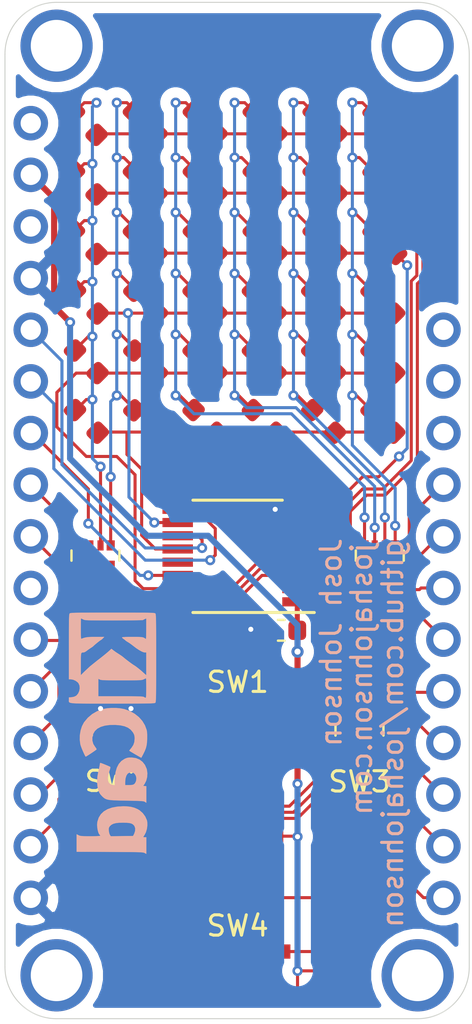
<source format=kicad_pcb>
(kicad_pcb (version 20171130) (host pcbnew "(5.1.2)-1")
  (title_block (rev 0) (company "Josh Johnson"))
  (layers (0 F.Cu signal) (31 B.Cu signal) (34 B.Paste user) (35 F.Paste user) (36 B.SilkS user) (37 F.SilkS user) (38 B.Mask user) (39 F.Mask user) (44 Edge.Cuts user))
  (net 0 "")
  (net 1 GND)
  (net 2 +3V3)
  (net 3 "Net-(D1-Pad2)")
  (net 4 "Net-(D1-Pad3)")
  (net 5 "Net-(D1-Pad1)")
  (net 6 /BT1)
  (net 7 /BT2)
  (net 8 /BT3)
  (net 9 /BT4)
  (net 10 /COL_5)
  (net 11 /COL_6)
  (net 12 /nLED_R)
  (net 13 /nLED_B)
  (net 14 /nLED_G)
  (net 15 /COL_1)
  (net 16 /COL_3)
  (net 17 /COL_2)
  (net 18 /COL_4)
  (net 19 /ROW_6)
  (net 20 /ROW_5)
  (net 21 /ROW_4)
  (net 22 /ROW_3)
  (net 23 /ROW_2)
  (net 24 /ROW_1)
  (net 25 /R1)
  (net 26 /R2)
  (net 27 /R3)
  (net 28 /R4)
  (net 29 /R5)
  (net 30 /R6)
  (net 31 /C1)
  (net 32 /C2)
  (net 33 /C3)
  (net 34 /C4)
  (net 35 /C5)
  (net 36 /C6)
  (module josh-led:LED_ARGB_PLCC4_1210 (layer F.Cu) (at 110.95 115.625 270)
    (fp_text reference D1 hide)
    (fp_text value LED_RGBA)
    (pad 2 smd rect (at 0.75 1.4 270) (size 1.1 1.7) (layers F.Cu F.Paste F.Mask) (net 3 "Net-(D1-Pad2)"))
    (pad 3 smd rect (at 0.75 -1.4 270) (size 1.1 1.7) (layers F.Cu F.Paste F.Mask) (net 4 "Net-(D1-Pad3)"))
    (pad 1 smd rect (at -0.75 1.4 270) (size 1.1 1.7) (layers F.Cu F.Paste F.Mask) (net 5 "Net-(D1-Pad1)"))
    (pad 4 smd rect (at -0.75 -1.4 270) (size 1.1 1.7) (layers F.Cu F.Paste F.Mask) (net 2 +3V3))
  )
  (module josh-logos:OSHW_Logo_3.6x3.6_F.Mask (layer B.Cu) (at 105 118.9 270)
    (fp_text reference G*** hide)
    (fp_text value LOGO hide)
  )
  (module Symbol:Symbol_KiCAD-Logo_CopperAndSilkScreenTop (layer B.Cu) (at 104.6 109.8 270)
    (fp_text reference REF** hide)
    (fp_text value "KiCAD Logo" hide)
  )
  (module josh-logos:josh-details (layer B.Cu) (at 116.95 105.1 270)
    (fp_text reference REF**)
    (fp_text value "Josh Details")
    (fp_text user github.com/joshajohnson (at 4.7236 -1.632 90) (layer B.SilkS) (effects (justify mirror)))
    (fp_text user joshajohnson.com (at 2.05 -0.1 90) (layer B.SilkS) (effects (justify mirror)))
    (fp_text user "Josh Johnson" (at 0.25 1.4 270) (layer B.SilkS) (effects (justify mirror)))
  )
  (module josh-buttons-switches:BT_PTS815 (layer F.Cu) (at 110.95 121.675)
    (fp_text reference SW4 (at 0 -2.3876 180) (layer F.SilkS))
    (fp_text value SW_Push)
    (pad 1 smd rect (at 2.2 1.125) (size 0.8 0.7) (layers F.Cu F.Paste F.Mask) (net 2 +3V3))
    (pad 2 smd rect (at 2.2 -1.125) (size 0.8 0.7) (layers F.Cu F.Paste F.Mask) (net 9 /BT4))
    (pad 1 smd rect (at -2.2 1.125) (size 0.8 0.7) (layers F.Cu F.Paste F.Mask) (net 2 +3V3))
    (pad 2 smd rect (at -2.2 -1.125) (size 0.8 0.7) (layers F.Cu F.Paste F.Mask) (net 9 /BT4))
  )
  (module josh-buttons-switches:BT_PTS815 (layer F.Cu) (at 116.95 115.675 90)
    (fp_text reference SW3 (at 3.475 0 180) (layer F.SilkS))
    (fp_text value SW_Push)
    (pad 1 smd rect (at 2.2 1.125 90) (size 0.8 0.7) (layers F.Cu F.Paste F.Mask) (net 2 +3V3))
    (pad 2 smd rect (at 2.2 -1.125 90) (size 0.8 0.7) (layers F.Cu F.Paste F.Mask) (net 8 /BT3))
    (pad 1 smd rect (at -2.2 1.125 90) (size 0.8 0.7) (layers F.Cu F.Paste F.Mask) (net 2 +3V3))
    (pad 2 smd rect (at -2.2 -1.125 90) (size 0.8 0.7) (layers F.Cu F.Paste F.Mask) (net 8 /BT3))
  )
  (module josh-buttons-switches:BT_PTS815 (layer F.Cu) (at 104.95 115.675 270)
    (fp_text reference SW2 (at -3.5 0 180) (layer F.SilkS))
    (fp_text value SW_Push)
    (pad 1 smd rect (at 2.2 1.125 270) (size 0.8 0.7) (layers F.Cu F.Paste F.Mask) (net 2 +3V3))
    (pad 2 smd rect (at 2.2 -1.125 270) (size 0.8 0.7) (layers F.Cu F.Paste F.Mask) (net 7 /BT2))
    (pad 1 smd rect (at -2.2 1.125 270) (size 0.8 0.7) (layers F.Cu F.Paste F.Mask) (net 2 +3V3))
    (pad 2 smd rect (at -2.2 -1.125 270) (size 0.8 0.7) (layers F.Cu F.Paste F.Mask) (net 7 /BT2))
  )
  (module josh-buttons-switches:BT_PTS815 (layer F.Cu) (at 110.95 109.675 180)
    (fp_text reference SW1 (at 0 2.375 180) (layer F.SilkS))
    (fp_text value SW_Push)
    (pad 1 smd rect (at 2.2 1.125 180) (size 0.8 0.7) (layers F.Cu F.Paste F.Mask) (net 2 +3V3))
    (pad 2 smd rect (at 2.2 -1.125 180) (size 0.8 0.7) (layers F.Cu F.Paste F.Mask) (net 6 /BT1))
    (pad 1 smd rect (at -2.2 1.125 180) (size 0.8 0.7) (layers F.Cu F.Paste F.Mask) (net 2 +3V3))
    (pad 2 smd rect (at -2.2 -1.125 180) (size 0.8 0.7) (layers F.Cu F.Paste F.Mask) (net 6 /BT1))
  )
  (module josh-led:LED_0603_1608Metric_45_noSilk (layer F.Cu) (at 103.5 94.475 315)
    (fp_text reference D37 hide)
    (fp_text value LED)
    (pad 2 smd roundrect (at 0.7875 0 315) (size 0.875 0.95) (layers F.Cu F.Paste F.Mask) (net 30 /R6))
    (pad 1 smd roundrect (at -0.7875 0 315) (size 0.875 0.95) (layers F.Cu F.Paste F.Mask) (net 31 /C1))
  )
  (module josh-led:LED_0603_1608Metric_45_noSilk (layer F.Cu) (at 103.5 91.545 315)
    (fp_text reference D36 hide)
    (fp_text value LED)
    (pad 2 smd roundrect (at 0.7875 0 315) (size 0.875 0.95) (layers F.Cu F.Paste F.Mask) (net 29 /R5))
    (pad 1 smd roundrect (at -0.7875 0 315) (size 0.875 0.95) (layers F.Cu F.Paste F.Mask) (net 31 /C1))
  )
  (module josh-led:LED_0603_1608Metric_45_noSilk (layer F.Cu) (at 103.5 88.615 315)
    (fp_text reference D35 hide)
    (fp_text value LED)
    (pad 2 smd roundrect (at 0.7875 0 315) (size 0.875 0.95) (layers F.Cu F.Paste F.Mask) (net 28 /R4))
    (pad 1 smd roundrect (at -0.7875 0 315) (size 0.875 0.95) (layers F.Cu F.Paste F.Mask) (net 31 /C1))
  )
  (module josh-led:LED_0603_1608Metric_45_noSilk (layer F.Cu) (at 103.45 85.685 315)
    (fp_text reference D34 hide)
    (fp_text value LED)
    (pad 2 smd roundrect (at 0.7875 0 315) (size 0.875 0.95) (layers F.Cu F.Paste F.Mask) (net 27 /R3))
    (pad 1 smd roundrect (at -0.7875 0 315) (size 0.875 0.95) (layers F.Cu F.Paste F.Mask) (net 31 /C1))
  )
  (module josh-led:LED_0603_1608Metric_45_noSilk (layer F.Cu) (at 103.45 82.755 315)
    (fp_text reference D33 hide)
    (fp_text value LED)
    (pad 2 smd roundrect (at 0.7875 0 315) (size 0.875 0.95) (layers F.Cu F.Paste F.Mask) (net 26 /R2))
    (pad 1 smd roundrect (at -0.7875 0 315) (size 0.875 0.95) (layers F.Cu F.Paste F.Mask) (net 31 /C1))
  )
  (module josh-led:LED_0603_1608Metric_45_noSilk (layer F.Cu) (at 103.45 79.825 315)
    (fp_text reference D32 hide)
    (fp_text value LED)
    (pad 2 smd roundrect (at 0.7875 0 315) (size 0.875 0.95) (layers F.Cu F.Paste F.Mask) (net 25 /R1))
    (pad 1 smd roundrect (at -0.7875 0 315) (size 0.875 0.95) (layers F.Cu F.Paste F.Mask) (net 31 /C1))
  )
  (module josh-led:LED_0603_1608Metric_45_noSilk (layer F.Cu) (at 106.42 94.4875 315)
    (fp_text reference D31 hide)
    (fp_text value LED)
    (pad 2 smd roundrect (at 0.7875 0 315) (size 0.875 0.95) (layers F.Cu F.Paste F.Mask) (net 30 /R6))
    (pad 1 smd roundrect (at -0.7875 0 315) (size 0.875 0.95) (layers F.Cu F.Paste F.Mask) (net 32 /C2))
  )
  (module josh-led:LED_0603_1608Metric_45_noSilk (layer F.Cu) (at 106.42 91.5475 315)
    (fp_text reference D30 hide)
    (fp_text value LED)
    (pad 2 smd roundrect (at 0.7875 0 315) (size 0.875 0.95) (layers F.Cu F.Paste F.Mask) (net 29 /R5))
    (pad 1 smd roundrect (at -0.7875 0 315) (size 0.875 0.95) (layers F.Cu F.Paste F.Mask) (net 32 /C2))
  )
  (module josh-led:LED_0603_1608Metric_45_noSilk (layer F.Cu) (at 106.42 88.6075 315)
    (fp_text reference D29 hide)
    (fp_text value LED)
    (pad 2 smd roundrect (at 0.7875 0 315) (size 0.875 0.95) (layers F.Cu F.Paste F.Mask) (net 28 /R4))
    (pad 1 smd roundrect (at -0.7875 0 315) (size 0.875 0.95) (layers F.Cu F.Paste F.Mask) (net 32 /C2))
  )
  (module josh-led:LED_0603_1608Metric_45_noSilk (layer F.Cu) (at 106.4 85.6675 315)
    (fp_text reference D28 hide)
    (fp_text value LED)
    (pad 2 smd roundrect (at 0.7875 0 315) (size 0.875 0.95) (layers F.Cu F.Paste F.Mask) (net 27 /R3))
    (pad 1 smd roundrect (at -0.7875 0 315) (size 0.875 0.95) (layers F.Cu F.Paste F.Mask) (net 32 /C2))
  )
  (module josh-led:LED_0603_1608Metric_45_noSilk (layer F.Cu) (at 106.4 82.7275 315)
    (fp_text reference D27 hide)
    (fp_text value LED)
    (pad 2 smd roundrect (at 0.7875 0 315) (size 0.875 0.95) (layers F.Cu F.Paste F.Mask) (net 26 /R2))
    (pad 1 smd roundrect (at -0.7875 0 315) (size 0.875 0.95) (layers F.Cu F.Paste F.Mask) (net 32 /C2))
  )
  (module josh-led:LED_0603_1608Metric_45_noSilk (layer F.Cu) (at 106.4 79.7875 315)
    (fp_text reference D26 hide)
    (fp_text value LED)
    (pad 2 smd roundrect (at 0.7875 0 315) (size 0.875 0.95) (layers F.Cu F.Paste F.Mask) (net 25 /R1))
    (pad 1 smd roundrect (at -0.7875 0 315) (size 0.875 0.95) (layers F.Cu F.Paste F.Mask) (net 32 /C2))
  )
  (module josh-led:LED_0603_1608Metric_45_noSilk (layer F.Cu) (at 109.34 94.475 315)
    (fp_text reference D25 hide)
    (fp_text value LED)
    (pad 2 smd roundrect (at 0.7875 0 315) (size 0.875 0.95) (layers F.Cu F.Paste F.Mask) (net 30 /R6))
    (pad 1 smd roundrect (at -0.7875 0 315) (size 0.875 0.95) (layers F.Cu F.Paste F.Mask) (net 33 /C3))
  )
  (module josh-led:LED_0603_1608Metric_45_noSilk (layer F.Cu) (at 109.34 91.5375 315)
    (fp_text reference D24 hide)
    (fp_text value LED)
    (pad 2 smd roundrect (at 0.7875 0 315) (size 0.875 0.95) (layers F.Cu F.Paste F.Mask) (net 29 /R5))
    (pad 1 smd roundrect (at -0.7875 0 315) (size 0.875 0.95) (layers F.Cu F.Paste F.Mask) (net 33 /C3))
  )
  (module josh-led:LED_0603_1608Metric_45_noSilk (layer F.Cu) (at 109.34 88.6 315)
    (fp_text reference D23 hide)
    (fp_text value LED)
    (pad 2 smd roundrect (at 0.7875 0 315) (size 0.875 0.95) (layers F.Cu F.Paste F.Mask) (net 28 /R4))
    (pad 1 smd roundrect (at -0.7875 0 315) (size 0.875 0.95) (layers F.Cu F.Paste F.Mask) (net 33 /C3))
  )
  (module josh-led:LED_0603_1608Metric_45_noSilk (layer F.Cu) (at 109.35 85.6625 315)
    (fp_text reference D22 hide)
    (fp_text value LED)
    (pad 2 smd roundrect (at 0.7875 0 315) (size 0.875 0.95) (layers F.Cu F.Paste F.Mask) (net 27 /R3))
    (pad 1 smd roundrect (at -0.7875 0 315) (size 0.875 0.95) (layers F.Cu F.Paste F.Mask) (net 33 /C3))
  )
  (module josh-led:LED_0603_1608Metric_45_noSilk (layer F.Cu) (at 109.35 82.725 315)
    (fp_text reference D21 hide)
    (fp_text value LED)
    (pad 2 smd roundrect (at 0.7875 0 315) (size 0.875 0.95) (layers F.Cu F.Paste F.Mask) (net 26 /R2))
    (pad 1 smd roundrect (at -0.7875 0 315) (size 0.875 0.95) (layers F.Cu F.Paste F.Mask) (net 33 /C3))
  )
  (module josh-led:LED_0603_1608Metric_45_noSilk (layer F.Cu) (at 109.35 79.7875 315)
    (fp_text reference D20 hide)
    (fp_text value LED)
    (pad 2 smd roundrect (at 0.7875 0 315) (size 0.875 0.95) (layers F.Cu F.Paste F.Mask) (net 25 /R1))
    (pad 1 smd roundrect (at -0.7875 0 315) (size 0.875 0.95) (layers F.Cu F.Paste F.Mask) (net 33 /C3))
  )
  (module josh-led:LED_0603_1608Metric_45_noSilk (layer F.Cu) (at 112.26 94.475 315)
    (fp_text reference D19 hide)
    (fp_text value LED)
    (pad 2 smd roundrect (at 0.7875 0 315) (size 0.875 0.95) (layers F.Cu F.Paste F.Mask) (net 30 /R6))
    (pad 1 smd roundrect (at -0.7875 0 315) (size 0.875 0.95) (layers F.Cu F.Paste F.Mask) (net 34 /C4))
  )
  (module josh-led:LED_0603_1608Metric_45_noSilk (layer F.Cu) (at 112.26 91.5375 315)
    (fp_text reference D18 hide)
    (fp_text value LED)
    (pad 2 smd roundrect (at 0.7875 0 315) (size 0.875 0.95) (layers F.Cu F.Paste F.Mask) (net 29 /R5))
    (pad 1 smd roundrect (at -0.7875 0 315) (size 0.875 0.95) (layers F.Cu F.Paste F.Mask) (net 34 /C4))
  )
  (module josh-led:LED_0603_1608Metric_45_noSilk (layer F.Cu) (at 112.26 88.6 315)
    (fp_text reference D17 hide)
    (fp_text value LED)
    (pad 2 smd roundrect (at 0.7875 0 315) (size 0.875 0.95) (layers F.Cu F.Paste F.Mask) (net 28 /R4))
    (pad 1 smd roundrect (at -0.7875 0 315) (size 0.875 0.95) (layers F.Cu F.Paste F.Mask) (net 34 /C4))
  )
  (module josh-led:LED_0603_1608Metric_45_noSilk (layer F.Cu) (at 112.3 85.6625 315)
    (fp_text reference D16 hide)
    (fp_text value LED)
    (pad 2 smd roundrect (at 0.7875 0 315) (size 0.875 0.95) (layers F.Cu F.Paste F.Mask) (net 27 /R3))
    (pad 1 smd roundrect (at -0.7875 0 315) (size 0.875 0.95) (layers F.Cu F.Paste F.Mask) (net 34 /C4))
  )
  (module josh-led:LED_0603_1608Metric_45_noSilk (layer F.Cu) (at 112.3 82.725 315)
    (fp_text reference D15 hide)
    (fp_text value LED)
    (pad 2 smd roundrect (at 0.7875 0 315) (size 0.875 0.95) (layers F.Cu F.Paste F.Mask) (net 26 /R2))
    (pad 1 smd roundrect (at -0.7875 0 315) (size 0.875 0.95) (layers F.Cu F.Paste F.Mask) (net 34 /C4))
  )
  (module josh-led:LED_0603_1608Metric_45_noSilk (layer F.Cu) (at 112.3 79.7875 315)
    (fp_text reference D14 hide)
    (fp_text value LED)
    (pad 2 smd roundrect (at 0.7875 0 315) (size 0.875 0.95) (layers F.Cu F.Paste F.Mask) (net 25 /R1))
    (pad 1 smd roundrect (at -0.7875 0 315) (size 0.875 0.95) (layers F.Cu F.Paste F.Mask) (net 34 /C4))
  )
  (module josh-led:LED_0603_1608Metric_45_noSilk (layer F.Cu) (at 115.18 94.475 315)
    (fp_text reference D13 hide)
    (fp_text value LED)
    (pad 2 smd roundrect (at 0.7875 0 315) (size 0.875 0.95) (layers F.Cu F.Paste F.Mask) (net 30 /R6))
    (pad 1 smd roundrect (at -0.7875 0 315) (size 0.875 0.95) (layers F.Cu F.Paste F.Mask) (net 35 /C5))
  )
  (module josh-led:LED_0603_1608Metric_45_noSilk (layer F.Cu) (at 115.18 91.5375 315)
    (fp_text reference D12 hide)
    (fp_text value LED)
    (pad 2 smd roundrect (at 0.7875 0 315) (size 0.875 0.95) (layers F.Cu F.Paste F.Mask) (net 29 /R5))
    (pad 1 smd roundrect (at -0.7875 0 315) (size 0.875 0.95) (layers F.Cu F.Paste F.Mask) (net 35 /C5))
  )
  (module josh-led:LED_0603_1608Metric_45_noSilk (layer F.Cu) (at 115.18 88.6 315)
    (fp_text reference D11 hide)
    (fp_text value LED)
    (pad 2 smd roundrect (at 0.7875 0 315) (size 0.875 0.95) (layers F.Cu F.Paste F.Mask) (net 28 /R4))
    (pad 1 smd roundrect (at -0.7875 0 315) (size 0.875 0.95) (layers F.Cu F.Paste F.Mask) (net 35 /C5))
  )
  (module josh-led:LED_0603_1608Metric_45_noSilk (layer F.Cu) (at 115.25 85.6625 315)
    (fp_text reference D10 hide)
    (fp_text value LED)
    (pad 2 smd roundrect (at 0.7875 0 315) (size 0.875 0.95) (layers F.Cu F.Paste F.Mask) (net 27 /R3))
    (pad 1 smd roundrect (at -0.7875 0 315) (size 0.875 0.95) (layers F.Cu F.Paste F.Mask) (net 35 /C5))
  )
  (module josh-led:LED_0603_1608Metric_45_noSilk (layer F.Cu) (at 115.25 82.725 315)
    (fp_text reference D9 hide)
    (fp_text value LED)
    (pad 2 smd roundrect (at 0.7875 0 315) (size 0.875 0.95) (layers F.Cu F.Paste F.Mask) (net 26 /R2))
    (pad 1 smd roundrect (at -0.7875 0 315) (size 0.875 0.95) (layers F.Cu F.Paste F.Mask) (net 35 /C5))
  )
  (module josh-led:LED_0603_1608Metric_45_noSilk (layer F.Cu) (at 115.25 79.7875 315)
    (fp_text reference D8 hide)
    (fp_text value LED)
    (pad 2 smd roundrect (at 0.7875 0 315) (size 0.875 0.95) (layers F.Cu F.Paste F.Mask) (net 25 /R1))
    (pad 1 smd roundrect (at -0.7875 0 315) (size 0.875 0.95) (layers F.Cu F.Paste F.Mask) (net 35 /C5))
  )
  (module josh-led:LED_0603_1608Metric_45_noSilk (layer F.Cu) (at 118.1 94.475 315)
    (fp_text reference D7 hide)
    (fp_text value LED)
    (pad 2 smd roundrect (at 0.7875 0 315) (size 0.875 0.95) (layers F.Cu F.Paste F.Mask) (net 30 /R6))
    (pad 1 smd roundrect (at -0.7875 0 315) (size 0.875 0.95) (layers F.Cu F.Paste F.Mask) (net 36 /C6))
  )
  (module josh-led:LED_0603_1608Metric_45_noSilk (layer F.Cu) (at 118.1 91.545 315)
    (fp_text reference D6 hide)
    (fp_text value LED)
    (pad 2 smd roundrect (at 0.7875 0 315) (size 0.875 0.95) (layers F.Cu F.Paste F.Mask) (net 29 /R5))
    (pad 1 smd roundrect (at -0.7875 0 315) (size 0.875 0.95) (layers F.Cu F.Paste F.Mask) (net 36 /C6))
  )
  (module josh-led:LED_0603_1608Metric_45_noSilk (layer F.Cu) (at 118.1 88.615 315)
    (fp_text reference D5 hide)
    (fp_text value LED)
    (pad 2 smd roundrect (at 0.7875 0 315) (size 0.875 0.95) (layers F.Cu F.Paste F.Mask) (net 28 /R4))
    (pad 1 smd roundrect (at -0.7875 0 315) (size 0.875 0.95) (layers F.Cu F.Paste F.Mask) (net 36 /C6))
  )
  (module josh-led:LED_0603_1608Metric_45_noSilk (layer F.Cu) (at 118.2 85.685 315)
    (fp_text reference D4 hide)
    (fp_text value LED)
    (pad 2 smd roundrect (at 0.7875 0 315) (size 0.875 0.95) (layers F.Cu F.Paste F.Mask) (net 27 /R3))
    (pad 1 smd roundrect (at -0.7875 0 315) (size 0.875 0.95) (layers F.Cu F.Paste F.Mask) (net 36 /C6))
  )
  (module josh-led:LED_0603_1608Metric_45_noSilk (layer F.Cu) (at 118.2 82.755 315)
    (fp_text reference D3 hide)
    (fp_text value LED)
    (pad 2 smd roundrect (at 0.7875 0 315) (size 0.875 0.95) (layers F.Cu F.Paste F.Mask) (net 26 /R2))
    (pad 1 smd roundrect (at -0.7875 0 315) (size 0.875 0.95) (layers F.Cu F.Paste F.Mask) (net 36 /C6))
  )
  (module josh-led:LED_0603_1608Metric_45_noSilk (layer F.Cu) (at 118.2 79.825 315)
    (fp_text reference D2 hide)
    (fp_text value LED)
    (pad 2 smd roundrect (at 0.7875 0 315) (size 0.875 0.95) (layers F.Cu F.Paste F.Mask) (net 25 /R1))
    (pad 1 smd roundrect (at -0.7875 0 315) (size 0.875 0.95) (layers F.Cu F.Paste F.Mask) (net 36 /C6))
  )
  (module Package_SO:TSSOP-16_4.4x5mm_P0.65mm (layer F.Cu) (at 110.95 101.075 180)
    (fp_text reference U1 hide)
    (fp_text value CD74HC4050)
    (pad 16 smd rect (at 2.95 -2.275 180) (size 1.5 0.45) (layers F.Cu F.Paste F.Mask))
    (pad 15 smd rect (at 2.95 -1.625 180) (size 1.5 0.45) (layers F.Cu F.Paste F.Mask) (net 29 /R5))
    (pad 14 smd rect (at 2.95 -0.975 180) (size 1.5 0.45) (layers F.Cu F.Paste F.Mask) (net 20 /ROW_5))
    (pad 13 smd rect (at 2.95 -0.325 180) (size 1.5 0.45) (layers F.Cu F.Paste F.Mask))
    (pad 12 smd rect (at 2.95 0.325 180) (size 1.5 0.45) (layers F.Cu F.Paste F.Mask) (net 30 /R6))
    (pad 11 smd rect (at 2.95 0.975 180) (size 1.5 0.45) (layers F.Cu F.Paste F.Mask) (net 19 /ROW_6))
    (pad 10 smd rect (at 2.95 1.625 180) (size 1.5 0.45) (layers F.Cu F.Paste F.Mask) (net 28 /R4))
    (pad 9 smd rect (at 2.95 2.275 180) (size 1.5 0.45) (layers F.Cu F.Paste F.Mask) (net 21 /ROW_4))
    (pad 8 smd rect (at -2.95 2.275 180) (size 1.5 0.45) (layers F.Cu F.Paste F.Mask) (net 1 GND))
    (pad 7 smd rect (at -2.95 1.625 180) (size 1.5 0.45) (layers F.Cu F.Paste F.Mask) (net 22 /ROW_3))
    (pad 6 smd rect (at -2.95 0.975 180) (size 1.5 0.45) (layers F.Cu F.Paste F.Mask) (net 27 /R3))
    (pad 5 smd rect (at -2.95 0.325 180) (size 1.5 0.45) (layers F.Cu F.Paste F.Mask) (net 23 /ROW_2))
    (pad 4 smd rect (at -2.95 -0.325 180) (size 1.5 0.45) (layers F.Cu F.Paste F.Mask) (net 26 /R2))
    (pad 3 smd rect (at -2.95 -0.975 180) (size 1.5 0.45) (layers F.Cu F.Paste F.Mask) (net 24 /ROW_1))
    (pad 2 smd rect (at -2.95 -1.625 180) (size 1.5 0.45) (layers F.Cu F.Paste F.Mask) (net 25 /R1))
    (pad 1 smd rect (at -2.95 -2.275 180) (size 1.5 0.45) (layers F.Cu F.Paste F.Mask) (net 2 +3V3))
  )
  (module Resistor_SMD:R_Array_Convex_4x0402 (layer F.Cu) (at 117.95 101.075 90)
    (fp_text reference RN4 hide)
    (fp_text value 330R)
    (pad 5 smd rect (at 0.5 0.75 90) (size 0.5 0.4) (layers F.Cu F.Paste F.Mask) (net 36 /C6))
    (pad 6 smd rect (at 0.5 0.25 90) (size 0.5 0.3) (layers F.Cu F.Paste F.Mask) (net 35 /C5))
    (pad 8 smd rect (at 0.5 -0.75 90) (size 0.5 0.4) (layers F.Cu F.Paste F.Mask) (net 33 /C3))
    (pad 7 smd rect (at 0.5 -0.25 90) (size 0.5 0.3) (layers F.Cu F.Paste F.Mask) (net 34 /C4))
    (pad 4 smd rect (at -0.5 0.75 90) (size 0.5 0.4) (layers F.Cu F.Paste F.Mask) (net 11 /COL_6))
    (pad 2 smd rect (at -0.5 -0.25 90) (size 0.5 0.3) (layers F.Cu F.Paste F.Mask) (net 18 /COL_4))
    (pad 3 smd rect (at -0.5 0.25 90) (size 0.5 0.3) (layers F.Cu F.Paste F.Mask) (net 10 /COL_5))
    (pad 1 smd rect (at -0.5 -0.75 90) (size 0.5 0.4) (layers F.Cu F.Paste F.Mask) (net 16 /COL_3))
  )
  (module Resistor_SMD:R_Array_Convex_4x0402 (layer F.Cu) (at 116.95 109.675 270)
    (fp_text reference RN3 hide)
    (fp_text value 330R)
    (pad 5 smd rect (at 0.5 0.75 270) (size 0.5 0.4) (layers F.Cu F.Paste F.Mask) (net 5 "Net-(D1-Pad1)"))
    (pad 6 smd rect (at 0.5 0.25 270) (size 0.5 0.3) (layers F.Cu F.Paste F.Mask) (net 3 "Net-(D1-Pad2)"))
    (pad 8 smd rect (at 0.5 -0.75 270) (size 0.5 0.4) (layers F.Cu F.Paste F.Mask))
    (pad 7 smd rect (at 0.5 -0.25 270) (size 0.5 0.3) (layers F.Cu F.Paste F.Mask) (net 4 "Net-(D1-Pad3)"))
    (pad 4 smd rect (at -0.5 0.75 270) (size 0.5 0.4) (layers F.Cu F.Paste F.Mask) (net 12 /nLED_R))
    (pad 2 smd rect (at -0.5 -0.25 270) (size 0.5 0.3) (layers F.Cu F.Paste F.Mask) (net 13 /nLED_B))
    (pad 3 smd rect (at -0.5 0.25 270) (size 0.5 0.3) (layers F.Cu F.Paste F.Mask) (net 14 /nLED_G))
    (pad 1 smd rect (at -0.5 -0.75 270) (size 0.5 0.4) (layers F.Cu F.Paste F.Mask))
  )
  (module Resistor_SMD:R_Array_Convex_4x0402 (layer F.Cu) (at 103.95 101.075 90)
    (fp_text reference RN2 hide)
    (fp_text value 330R)
    (pad 5 smd rect (at 0.5 0.75 90) (size 0.5 0.4) (layers F.Cu F.Paste F.Mask) (net 32 /C2))
    (pad 6 smd rect (at 0.5 0.25 90) (size 0.5 0.3) (layers F.Cu F.Paste F.Mask) (net 31 /C1))
    (pad 8 smd rect (at 0.5 -0.75 90) (size 0.5 0.4) (layers F.Cu F.Paste F.Mask))
    (pad 7 smd rect (at 0.5 -0.25 90) (size 0.5 0.3) (layers F.Cu F.Paste F.Mask))
    (pad 4 smd rect (at -0.5 0.75 90) (size 0.5 0.4) (layers F.Cu F.Paste F.Mask) (net 17 /COL_2))
    (pad 2 smd rect (at -0.5 -0.25 90) (size 0.5 0.3) (layers F.Cu F.Paste F.Mask))
    (pad 3 smd rect (at -0.5 0.25 90) (size 0.5 0.3) (layers F.Cu F.Paste F.Mask) (net 15 /COL_1))
    (pad 1 smd rect (at -0.5 -0.75 90) (size 0.5 0.4) (layers F.Cu F.Paste F.Mask))
  )
  (module Resistor_SMD:R_Array_Convex_4x0402 (layer F.Cu) (at 104.95 109.675 270)
    (fp_text reference RN1 hide)
    (fp_text value 10K)
    (pad 5 smd rect (at 0.5 0.75 270) (size 0.5 0.4) (layers F.Cu F.Paste F.Mask) (net 7 /BT2))
    (pad 6 smd rect (at 0.5 0.25 270) (size 0.5 0.3) (layers F.Cu F.Paste F.Mask) (net 9 /BT4))
    (pad 8 smd rect (at 0.5 -0.75 270) (size 0.5 0.4) (layers F.Cu F.Paste F.Mask) (net 6 /BT1))
    (pad 7 smd rect (at 0.5 -0.25 270) (size 0.5 0.3) (layers F.Cu F.Paste F.Mask) (net 8 /BT3))
    (pad 4 smd rect (at -0.5 0.75 270) (size 0.5 0.4) (layers F.Cu F.Paste F.Mask) (net 1 GND))
    (pad 2 smd rect (at -0.5 -0.25 270) (size 0.5 0.3) (layers F.Cu F.Paste F.Mask) (net 1 GND))
    (pad 3 smd rect (at -0.5 0.25 270) (size 0.5 0.3) (layers F.Cu F.Paste F.Mask) (net 1 GND))
    (pad 1 smd rect (at -0.5 -0.75 270) (size 0.5 0.4) (layers F.Cu F.Paste F.Mask) (net 1 GND))
  )
  (module josh-connectors:featherwing (layer F.Cu) (at 110.925 98.8586 270)
    (fp_text reference J1)
    (fp_text value Feather)
    (fp_arc (start -22.4536 -8.89) (end -24.9936 -8.89) (angle 90) (layer Edge.Cuts) (width 0.05))
    (fp_arc (start -22.4536 8.89) (end -22.4536 11.43) (angle 90) (layer Edge.Cuts) (width 0.05))
    (fp_arc (start 22.4536 8.89) (end 22.4536 11.43) (angle -88.9) (layer Edge.Cuts) (width 0.05))
    (fp_arc (start 22.4536 -8.89) (end 22.4536 -11.43) (angle 90) (layer Edge.Cuts) (width 0.05))
    (fp_line (start -24.9936 -8.89) (end -24.9936 8.89) (layer Edge.Cuts) (width 0.05))
    (fp_line (start -22.4536 11.43) (end 22.4536 11.43) (layer Edge.Cuts) (width 0.05))
    (fp_line (start 24.993132 8.938762) (end 24.9936 -8.89) (layer Edge.Cuts) (width 0.05))
    (fp_line (start 22.4536 -11.43) (end -22.4536 -11.43) (layer Edge.Cuts) (width 0.05))
    (pad 2 thru_hole circle (at -16.51 10.16 270) (size 1.7 1.7) (drill 1) (layers *.Cu *.Mask) (net 2 +3V3))
    (pad 3 thru_hole circle (at -13.97 10.16 270) (size 1.7 1.7) (drill 1) (layers *.Cu *.Mask))
    (pad 4 thru_hole circle (at -11.43 10.16 270) (size 1.7 1.7) (drill 1) (layers *.Cu *.Mask) (net 1 GND))
    (pad 5 thru_hole circle (at -8.89 10.16 270) (size 1.7 1.7) (drill 1) (layers *.Cu *.Mask) (net 19 /ROW_6))
    (pad 6 thru_hole circle (at -6.35 10.16 270) (size 1.7 1.7) (drill 1) (layers *.Cu *.Mask) (net 21 /ROW_4))
    (pad 7 thru_hole circle (at -3.81 10.16 270) (size 1.7 1.7) (drill 1) (layers *.Cu *.Mask) (net 20 /ROW_5))
    (pad 8 thru_hole circle (at -1.27 10.16 270) (size 1.7 1.7) (drill 1) (layers *.Cu *.Mask) (net 15 /COL_1))
    (pad 9 thru_hole circle (at 1.27 10.16 270) (size 1.7 1.7) (drill 1) (layers *.Cu *.Mask) (net 17 /COL_2))
    (pad 10 thru_hole circle (at 3.81 10.16 270) (size 1.7 1.7) (drill 1) (layers *.Cu *.Mask))
    (pad 11 thru_hole circle (at 6.35 10.16 270) (size 1.7 1.7) (drill 1) (layers *.Cu *.Mask) (net 22 /ROW_3))
    (pad 12 thru_hole circle (at 8.89 10.16 270) (size 1.7 1.7) (drill 1) (layers *.Cu *.Mask) (net 23 /ROW_2))
    (pad 13 thru_hole circle (at 11.43 10.16 270) (size 1.7 1.7) (drill 1) (layers *.Cu *.Mask) (net 24 /ROW_1))
    (pad 14 thru_hole circle (at 13.97 10.16 270) (size 1.7 1.7) (drill 1) (layers *.Cu *.Mask) (net 6 /BT1))
    (pad 15 thru_hole circle (at 16.51 10.16 270) (size 1.7 1.7) (drill 1) (layers *.Cu *.Mask) (net 7 /BT2))
    (pad 1 thru_hole circle (at -19.05 10.16 270) (size 1.7 1.7) (drill 1) (layers *.Cu *.Mask))
    (pad 16 thru_hole circle (at 19.05 10.16 270) (size 1.7 1.7) (drill 1) (layers *.Cu *.Mask) (net 1 GND))
    (pad 28 thru_hole circle (at -8.89 -10.16 270) (size 1.7 1.7) (drill 1) (layers *.Cu *.Mask))
    (pad 27 thru_hole circle (at -6.35 -10.16 270) (size 1.7 1.7) (drill 1) (layers *.Cu *.Mask))
    (pad 26 thru_hole circle (at -3.81 -10.16 270) (size 1.7 1.7) (drill 1) (layers *.Cu *.Mask))
    (pad 25 thru_hole circle (at -1.27 -10.16 270) (size 1.7 1.7) (drill 1) (layers *.Cu *.Mask) (net 11 /COL_6))
    (pad 24 thru_hole circle (at 1.27 -10.16 270) (size 1.7 1.7) (drill 1) (layers *.Cu *.Mask) (net 10 /COL_5))
    (pad 23 thru_hole circle (at 3.81 -10.16 270) (size 1.7 1.7) (drill 1) (layers *.Cu *.Mask) (net 18 /COL_4))
    (pad 22 thru_hole circle (at 6.35 -10.16 270) (size 1.7 1.7) (drill 1) (layers *.Cu *.Mask) (net 16 /COL_3))
    (pad 21 thru_hole circle (at 8.89 -10.16 270) (size 1.7 1.7) (drill 1) (layers *.Cu *.Mask) (net 12 /nLED_R))
    (pad 20 thru_hole circle (at 11.43 -10.16 270) (size 1.7 1.7) (drill 1) (layers *.Cu *.Mask) (net 14 /nLED_G))
    (pad 19 thru_hole circle (at 13.97 -10.16 270) (size 1.7 1.7) (drill 1) (layers *.Cu *.Mask) (net 13 /nLED_B))
    (pad 18 thru_hole circle (at 16.51 -10.16 270) (size 1.7 1.7) (drill 1) (layers *.Cu *.Mask) (net 8 /BT3))
    (pad 17 thru_hole circle (at 19.05 -10.16 270) (size 1.7 1.7) (drill 1) (layers *.Cu *.Mask) (net 9 /BT4))
    (pad "" np_thru_hole circle (at -22.86 -8.89 270) (size 3.556 3.556) (drill 2.54) (layers *.Cu *.Mask))
    (pad "" np_thru_hole circle (at 22.86 -8.89 270) (size 3.556 3.556) (drill 2.54) (layers *.Cu *.Mask))
    (pad "" np_thru_hole circle (at -22.86 8.89 270) (size 3.556 3.556) (drill 2.54) (layers *.Cu *.Mask))
    (pad "" np_thru_hole circle (at 22.86 8.89 270) (size 3.556 3.556) (drill 2.54) (layers *.Cu *.Mask))
  )
  (module Capacitor_SMD:C_0603_1608Metric (layer F.Cu) (at 113.1 104.75 180)
    (fp_text reference C1 hide)
    (fp_text value 100n)
    (pad 2 smd roundrect (at 0.7875 0 180) (size 0.875 0.95) (layers F.Cu F.Paste F.Mask) (net 1 GND))
    (pad 1 smd roundrect (at -0.7875 0 180) (size 0.875 0.95) (layers F.Cu F.Paste F.Mask) (net 2 +3V3))
  )
  (via (at 112.8 98.8) (size 0.5) (drill 0.25) (layers F.Cu B.Cu) (net 1))
  (segment (start 113.9 98.8) (end 112.8 98.8) (width 0.25) (layer F.Cu) (net 1))
  (via (at 111.6 104.7) (size 0.5) (drill 0.25) (layers F.Cu B.Cu) (net 1))
  (segment (start 112.3125 104.675) (end 111.625 104.675) (width 0.25) (layer F.Cu) (net 1))
  (segment (start 111.625 104.675) (end 111.6 104.7) (width 0.25) (layer F.Cu) (net 1))
  (segment (start 105.7 109.175) (end 105.7 108.6) (width 0.15) (layer F.Cu) (net 1))
  (segment (start 104.449999 108.6) (end 104.2 108.6) (width 0.15) (layer F.Cu) (net 1))
  (segment (start 104.5 108.6) (end 104.449999 108.6) (width 0.15) (layer F.Cu) (net 1))
  (segment (start 104.7 109.175) (end 104.7 108.8) (width 0.15) (layer F.Cu) (net 1))
  (via (at 104.2 108.6) (size 0.5) (drill 0.25) (layers F.Cu B.Cu) (net 1))
  (segment (start 104.7 108.8) (end 104.5 108.6) (width 0.15) (layer F.Cu) (net 1))
  (via (at 105.7 108.6) (size 0.5) (drill 0.25) (layers F.Cu B.Cu) (net 1))
  (segment (start 104.2 109.175) (end 104.2 108.6) (width 0.15) (layer F.Cu) (net 1))
  (segment (start 105.2 109.175) (end 105.2 108.8) (width 0.15) (layer F.Cu) (net 1))
  (segment (start 105.2 108.8) (end 105.4 108.6) (width 0.15) (layer F.Cu) (net 1))
  (segment (start 105.4 108.6) (end 105.7 108.6) (width 0.15) (layer F.Cu) (net 1))
  (segment (start 113.8875 104.675) (end 113.8875 103.3125) (width 0.25) (layer F.Cu) (net 2))
  (segment (start 113.8875 103.3125) (end 113.9 103.3) (width 0.25) (layer F.Cu) (net 2))
  (segment (start 103.825 113.525) (end 103.8 113.5) (width 0.15) (layer F.Cu) (net 2))
  (segment (start 103.825 117.875) (end 103.825 113.525) (width 0.15) (layer F.Cu) (net 2))
  (segment (start 108.75 122.8) (end 113.1 122.8) (width 0.15) (layer F.Cu) (net 2))
  (segment (start 108.75 108.55) (end 113.15 108.55) (width 0.15) (layer F.Cu) (net 2))
  (segment (start 113.15 108.55) (end 113.2 108.6) (width 0.15) (layer F.Cu) (net 2))
  (segment (start 118.075 113.475) (end 118.075 117.875) (width 0.15) (layer F.Cu) (net 2))
  (via (at 113.9 105.8) (size 0.6) (drill 0.3) (layers F.Cu B.Cu) (net 2))
  (segment (start 113.9 105.8) (end 113.9 104.7) (width 0.3) (layer F.Cu) (net 2))
  (segment (start 113.15 122.8) (end 113.7 122.8) (width 0.15) (layer F.Cu) (net 2))
  (segment (start 113.7 122.8) (end 113.9 122.6) (width 0.15) (layer F.Cu) (net 2))
  (segment (start 103.85 118.45) (end 103.85 117.9) (width 0.15) (layer F.Cu) (net 2))
  (segment (start 108.75 122.8) (end 108.2 122.8) (width 0.15) (layer F.Cu) (net 2))
  (segment (start 108.2 122.8) (end 103.85 118.45) (width 0.15) (layer F.Cu) (net 2))
  (via (at 113.9 114.9) (size 0.5) (drill 0.25) (layers F.Cu B.Cu) (net 2))
  (segment (start 113.875 114.875) (end 113.9 114.9) (width 0.15) (layer F.Cu) (net 2))
  (segment (start 112.35 114.875) (end 113.875 114.875) (width 0.15) (layer F.Cu) (net 2))
  (via (at 102.7 89.6) (size 0.5) (drill 0.25) (layers F.Cu B.Cu) (net 2))
  (segment (start 101.915001 88.815001) (end 102.7 89.6) (width 0.3) (layer F.Cu) (net 2))
  (segment (start 101.915001 83.498601) (end 101.915001 88.815001) (width 0.3) (layer F.Cu) (net 2))
  (segment (start 100.765 82.3486) (end 101.915001 83.498601) (width 0.3) (layer F.Cu) (net 2))
  (segment (start 113.9 122.6) (end 113.9 121.7) (width 0.15) (layer F.Cu) (net 2))
  (via (at 113.9 121.499994) (size 0.5) (drill 0.25) (layers F.Cu B.Cu) (net 2))
  (segment (start 113.9 114.9) (end 113.9 121.499994) (width 0.3) (layer B.Cu) (net 2))
  (segment (start 113.9 121.7) (end 113.9 121.499994) (width 0.15) (layer F.Cu) (net 2))
  (segment (start 118.1 118.4) (end 118.1 117.85) (width 0.15) (layer F.Cu) (net 2))
  (segment (start 115 121.5) (end 118.1 118.4) (width 0.15) (layer F.Cu) (net 2))
  (segment (start 113.9 121.7) (end 113.9 121.5) (width 0.15) (layer F.Cu) (net 2))
  (segment (start 113.9 121.5) (end 115 121.5) (width 0.15) (layer F.Cu) (net 2))
  (segment (start 113.9 114.9) (end 113.9 112.3) (width 0.3) (layer B.Cu) (net 2))
  (via (at 113.9 112.3) (size 0.5) (drill 0.25) (layers F.Cu B.Cu) (net 2))
  (segment (start 113.15 108.55) (end 113.25 108.55) (width 0.15) (layer F.Cu) (net 2))
  (segment (start 113.85 108.55) (end 113.9 108.6) (width 0.15) (layer F.Cu) (net 2))
  (segment (start 113.15 108.55) (end 113.85 108.55) (width 0.15) (layer F.Cu) (net 2))
  (segment (start 113.9 112.3) (end 113.9 108.6) (width 0.3) (layer F.Cu) (net 2))
  (segment (start 113.9 108.6) (end 113.9 105.8) (width 0.3) (layer F.Cu) (net 2))
  (segment (start 113.9 104.5) (end 113.9 105.8) (width 0.3) (layer B.Cu) (net 2))
  (segment (start 109.5 100.1) (end 113.9 104.5) (width 0.3) (layer B.Cu) (net 2))
  (segment (start 106.5 100.1) (end 109.5 100.1) (width 0.3) (layer B.Cu) (net 2))
  (segment (start 102.7 89.6) (end 102.7 96.3) (width 0.3) (layer B.Cu) (net 2))
  (segment (start 102.7 96.3) (end 106.5 100.1) (width 0.3) (layer B.Cu) (net 2))
  (segment (start 110.8 114.075721) (end 110.8 116.1) (width 0.15) (layer F.Cu) (net 3))
  (segment (start 113.699989 113.700011) (end 111.17571 113.700011) (width 0.15) (layer F.Cu) (net 3))
  (segment (start 110.5 116.4) (end 109.6 116.4) (width 0.15) (layer F.Cu) (net 3))
  (segment (start 110.8 116.1) (end 110.5 116.4) (width 0.15) (layer F.Cu) (net 3))
  (segment (start 111.17571 113.700011) (end 110.8 114.075721) (width 0.15) (layer F.Cu) (net 3))
  (segment (start 116.7 110.7) (end 113.699989 113.700011) (width 0.15) (layer F.Cu) (net 3))
  (segment (start 116.7 110.175) (end 116.7 110.7) (width 0.15) (layer F.Cu) (net 3))
  (segment (start 111.100011 116.100011) (end 111.100011 114.199989) (width 0.15) (layer F.Cu) (net 4))
  (segment (start 111.100011 114.199989) (end 111.299978 114.000022) (width 0.15) (layer F.Cu) (net 4))
  (segment (start 111.299978 114.000022) (end 113.899978 114.000022) (width 0.15) (layer F.Cu) (net 4))
  (segment (start 113.899978 114.000022) (end 117.2 110.7) (width 0.15) (layer F.Cu) (net 4))
  (segment (start 117.2 110.575) (end 117.2 110.175) (width 0.15) (layer F.Cu) (net 4))
  (segment (start 117.2 110.7) (end 117.2 110.575) (width 0.15) (layer F.Cu) (net 4))
  (segment (start 111.4 116.4) (end 111.100011 116.100011) (width 0.15) (layer F.Cu) (net 4))
  (segment (start 112.3 116.4) (end 111.4 116.4) (width 0.15) (layer F.Cu) (net 4))
  (segment (start 110.4 113.4) (end 109.6 114.2) (width 0.15) (layer F.Cu) (net 5))
  (segment (start 113.5 113.4) (end 110.4 113.4) (width 0.15) (layer F.Cu) (net 5))
  (segment (start 116.2 110.7) (end 113.5 113.4) (width 0.15) (layer F.Cu) (net 5))
  (segment (start 116.2 110.175) (end 116.2 110.7) (width 0.15) (layer F.Cu) (net 5))
  (segment (start 109.6 114.2) (end 109.6 114.9) (width 0.15) (layer F.Cu) (net 5))
  (segment (start 108.75 110.8) (end 113.1 110.8) (width 0.15) (layer F.Cu) (net 6))
  (segment (start 105.7 110.175) (end 105.7 110.7) (width 0.15) (layer F.Cu) (net 6))
  (segment (start 105.7 110.7) (end 105.8 110.8) (width 0.15) (layer F.Cu) (net 6))
  (segment (start 105.8 110.8) (end 107 110.8) (width 0.15) (layer F.Cu) (net 6))
  (segment (start 107 110.8) (end 108.75 110.8) (width 0.15) (layer F.Cu) (net 6))
  (segment (start 106.6 110.8) (end 107 110.8) (width 0.15) (layer F.Cu) (net 6))
  (segment (start 106.6 108.3) (end 106.6 110.8) (width 0.15) (layer F.Cu) (net 6))
  (segment (start 101.2214 112.8286) (end 103.45 110.6) (width 0.15) (layer F.Cu) (net 6))
  (segment (start 100.765 112.8286) (end 101.2214 112.8286) (width 0.15) (layer F.Cu) (net 6))
  (segment (start 103.45 110.6) (end 103.45 108.35) (width 0.15) (layer F.Cu) (net 6))
  (segment (start 103.45 108.35) (end 103.7 108.1) (width 0.15) (layer F.Cu) (net 6))
  (segment (start 103.7 108.1) (end 106.4 108.1) (width 0.15) (layer F.Cu) (net 6))
  (segment (start 106.4 108.1) (end 106.6 108.3) (width 0.15) (layer F.Cu) (net 6))
  (segment (start 106.075 117.875) (end 106.075 113.425) (width 0.15) (layer F.Cu) (net 7))
  (segment (start 106.075 113.425) (end 106.1 113.4) (width 0.15) (layer F.Cu) (net 7))
  (segment (start 106.1 112.9) (end 106.1 113.5) (width 0.15) (layer F.Cu) (net 7))
  (segment (start 104.2 110.175) (end 104.2 111) (width 0.15) (layer F.Cu) (net 7))
  (segment (start 104.7 111.5) (end 106.1 112.9) (width 0.15) (layer F.Cu) (net 7))
  (segment (start 104.2 111) (end 104.35 111.15) (width 0.15) (layer F.Cu) (net 7))
  (segment (start 104.35 111.15) (end 104.7 111.5) (width 0.15) (layer F.Cu) (net 7))
  (segment (start 100.8 115.3) (end 100.8 115.4) (width 0.15) (layer F.Cu) (net 7))
  (segment (start 102.15 113.95) (end 100.8 115.3) (width 0.15) (layer F.Cu) (net 7))
  (segment (start 104.2 111) (end 102.15 113.05) (width 0.15) (layer F.Cu) (net 7))
  (segment (start 102.15 113.05) (end 102.15 113.95) (width 0.15) (layer F.Cu) (net 7))
  (segment (start 115.825 113.475) (end 115.825 117.875) (width 0.15) (layer F.Cu) (net 8))
  (segment (start 115.825 117.875) (end 115.8 117.9) (width 0.15) (layer F.Cu) (net 8))
  (segment (start 108.9 117.9) (end 115.85 117.9) (width 0.15) (layer F.Cu) (net 8))
  (segment (start 108.6 117.9) (end 108.9 117.9) (width 0.15) (layer F.Cu) (net 8))
  (segment (start 107.7 117) (end 108.6 117.9) (width 0.15) (layer F.Cu) (net 8))
  (segment (start 107.7 113.3) (end 107.7 117) (width 0.15) (layer F.Cu) (net 8))
  (segment (start 105.2 110.175) (end 105.2 110.8) (width 0.15) (layer F.Cu) (net 8))
  (segment (start 105.2 110.8) (end 107.7 113.3) (width 0.15) (layer F.Cu) (net 8))
  (segment (start 119.6 113.9) (end 121.1 115.4) (width 0.15) (layer F.Cu) (net 8))
  (segment (start 119.6 112.7) (end 119.6 113.9) (width 0.15) (layer F.Cu) (net 8))
  (segment (start 119 112.1) (end 119.6 112.7) (width 0.15) (layer F.Cu) (net 8))
  (segment (start 116.65 112.1) (end 119 112.1) (width 0.15) (layer F.Cu) (net 8))
  (segment (start 115.825 113.475) (end 115.825 112.925) (width 0.15) (layer F.Cu) (net 8))
  (segment (start 115.825 112.925) (end 116.65 112.1) (width 0.15) (layer F.Cu) (net 8))
  (segment (start 108.75 120.55) (end 113.15 120.55) (width 0.15) (layer F.Cu) (net 9))
  (segment (start 107.1 119) (end 108.7 120.6) (width 0.15) (layer F.Cu) (net 9))
  (segment (start 107.1 113.3) (end 107.1 119) (width 0.15) (layer F.Cu) (net 9))
  (segment (start 104.7 110.175) (end 104.7 110.9) (width 0.15) (layer F.Cu) (net 9))
  (segment (start 104.7 110.9) (end 107.1 113.3) (width 0.15) (layer F.Cu) (net 9))
  (segment (start 120.1 117.9) (end 121.1 117.9) (width 0.15) (layer F.Cu) (net 9))
  (segment (start 119.2 117) (end 120.1 117.9) (width 0.15) (layer F.Cu) (net 9))
  (segment (start 119.2 113.2) (end 119.2 117) (width 0.15) (layer F.Cu) (net 9))
  (segment (start 115.05 120.55) (end 116.9 118.7) (width 0.15) (layer F.Cu) (net 9))
  (segment (start 113.15 120.55) (end 115.05 120.55) (width 0.15) (layer F.Cu) (net 9))
  (segment (start 116.9 113.2) (end 117.5 112.6) (width 0.15) (layer F.Cu) (net 9))
  (segment (start 116.9 118.7) (end 116.9 113.2) (width 0.15) (layer F.Cu) (net 9))
  (segment (start 117.5 112.6) (end 118.6 112.6) (width 0.15) (layer F.Cu) (net 9))
  (segment (start 118.6 112.6) (end 119.2 113.2) (width 0.15) (layer F.Cu) (net 9))
  (segment (start 118.6 102.4) (end 119.324279 102.4) (width 0.15) (layer F.Cu) (net 10))
  (segment (start 118.2 101.575) (end 118.2 102) (width 0.15) (layer F.Cu) (net 10))
  (segment (start 118.2 102) (end 118.6 102.4) (width 0.15) (layer F.Cu) (net 10))
  (segment (start 119.324279 102.4) (end 119.812139 101.912139) (width 0.15) (layer F.Cu) (net 10))
  (segment (start 121.1 100.1) (end 121.1 100.624279) (width 0.15) (layer F.Cu) (net 10))
  (segment (start 120.9 100.1) (end 121.1 100.1) (width 0.15) (layer F.Cu) (net 10))
  (segment (start 119.812139 101.912139) (end 119.812139 101.187861) (width 0.15) (layer F.Cu) (net 10))
  (segment (start 119.812139 101.187861) (end 120.9 100.1) (width 0.15) (layer F.Cu) (net 10))
  (segment (start 119.4 99.2) (end 121.1 97.5) (width 0.15) (layer F.Cu) (net 11))
  (segment (start 119.4 101.9) (end 119.4 99.2) (width 0.15) (layer F.Cu) (net 11))
  (segment (start 119.2 102.1) (end 119.4 101.9) (width 0.15) (layer F.Cu) (net 11))
  (segment (start 118.8 102.1) (end 119.2 102.1) (width 0.15) (layer F.Cu) (net 11))
  (segment (start 118.7 101.575) (end 118.7 102) (width 0.15) (layer F.Cu) (net 11))
  (segment (start 118.7 102) (end 118.8 102.1) (width 0.15) (layer F.Cu) (net 11))
  (segment (start 117.1 107.8) (end 121 107.8) (width 0.15) (layer F.Cu) (net 12))
  (segment (start 116.2 109.175) (end 116.2 108.7) (width 0.15) (layer F.Cu) (net 12))
  (segment (start 116.2 108.7) (end 117.1 107.8) (width 0.15) (layer F.Cu) (net 12))
  (segment (start 118.6 110.4) (end 121.1 112.9) (width 0.15) (layer F.Cu) (net 13))
  (segment (start 118.6 108.9) (end 118.6 110.4) (width 0.15) (layer F.Cu) (net 13))
  (segment (start 118.2 108.5) (end 118.6 108.9) (width 0.15) (layer F.Cu) (net 13))
  (segment (start 117.4 108.5) (end 118.2 108.5) (width 0.15) (layer F.Cu) (net 13))
  (segment (start 117.2 109.175) (end 117.2 108.7) (width 0.15) (layer F.Cu) (net 13))
  (segment (start 117.2 108.7) (end 117.4 108.5) (width 0.15) (layer F.Cu) (net 13))
  (segment (start 116.7 109.175) (end 116.7 108.7) (width 0.15) (layer F.Cu) (net 14))
  (segment (start 116.7 108.7) (end 117.2 108.2) (width 0.15) (layer F.Cu) (net 14))
  (segment (start 117.2 108.2) (end 118.7 108.2) (width 0.15) (layer F.Cu) (net 14))
  (segment (start 118.7 108.2) (end 120.8 110.3) (width 0.15) (layer F.Cu) (net 14))
  (segment (start 120.8 110.3) (end 121.1 110.3) (width 0.15) (layer F.Cu) (net 14))
  (segment (start 102.4 101.925722) (end 102.4 99.25) (width 0.15) (layer F.Cu) (net 15))
  (segment (start 102.4 99.25) (end 100.75 97.6) (width 0.15) (layer F.Cu) (net 15))
  (segment (start 102.774267 102.299989) (end 102.4 101.925722) (width 0.15) (layer F.Cu) (net 15))
  (segment (start 103.875011 102.299989) (end 102.774267 102.299989) (width 0.15) (layer F.Cu) (net 15))
  (segment (start 104.2 101.975) (end 103.875011 102.299989) (width 0.15) (layer F.Cu) (net 15))
  (segment (start 104.2 101.575) (end 104.2 101.975) (width 0.15) (layer F.Cu) (net 15))
  (segment (start 119 103.1) (end 121.1 105.2) (width 0.15) (layer F.Cu) (net 16))
  (segment (start 118.227162 103.1) (end 119 103.1) (width 0.15) (layer F.Cu) (net 16))
  (segment (start 117.2 101.575) (end 117.2 102.072838) (width 0.15) (layer F.Cu) (net 16))
  (segment (start 117.2 102.072838) (end 118.227162 103.1) (width 0.15) (layer F.Cu) (net 16))
  (segment (start 102.1 101.45) (end 100.75 100.1) (width 0.15) (layer F.Cu) (net 17))
  (segment (start 102.1 102.05) (end 102.1 101.45) (width 0.15) (layer F.Cu) (net 17))
  (segment (start 102.65 102.6) (end 102.1 102.05) (width 0.15) (layer F.Cu) (net 17))
  (segment (start 104.25 102.6) (end 102.65 102.6) (width 0.15) (layer F.Cu) (net 17))
  (segment (start 104.7 101.575) (end 104.7 102.15) (width 0.15) (layer F.Cu) (net 17))
  (segment (start 104.7 102.15) (end 104.25 102.6) (width 0.15) (layer F.Cu) (net 17))
  (segment (start 120.9 102.9) (end 121.1 102.7) (width 0.15) (layer F.Cu) (net 18))
  (segment (start 119.9814 102.6686) (end 121.085 102.6686) (width 0.15) (layer F.Cu) (net 18))
  (segment (start 119.9 102.75) (end 119.9814 102.6686) (width 0.15) (layer F.Cu) (net 18))
  (segment (start 118.45 102.75) (end 119.9 102.75) (width 0.15) (layer F.Cu) (net 18))
  (segment (start 117.7 101.575) (end 117.7 102) (width 0.15) (layer F.Cu) (net 18))
  (segment (start 117.7 102) (end 118.45 102.75) (width 0.15) (layer F.Cu) (net 18))
  (via (at 109.2 100.7) (size 0.5) (drill 0.25) (layers F.Cu B.Cu) (net 19))
  (segment (start 102.1 91.3) (end 100.8 90) (width 0.15) (layer B.Cu) (net 19))
  (segment (start 102.3 91.5) (end 102.1 91.3) (width 0.15) (layer B.Cu) (net 19))
  (segment (start 102.3 96.6) (end 102.3 91.5) (width 0.15) (layer B.Cu) (net 19))
  (segment (start 109.2 100.7) (end 106.4 100.7) (width 0.15) (layer B.Cu) (net 19))
  (segment (start 106.4 100.7) (end 102.3 96.6) (width 0.15) (layer B.Cu) (net 19))
  (segment (start 109.2 100.3) (end 109.2 100.7) (width 0.15) (layer F.Cu) (net 19))
  (segment (start 108 100.1) (end 109 100.1) (width 0.15) (layer F.Cu) (net 19))
  (segment (start 109 100.1) (end 109.2 100.3) (width 0.15) (layer F.Cu) (net 19))
  (via (at 103.6 99.5) (size 0.5) (drill 0.25) (layers F.Cu B.Cu) (net 20))
  (segment (start 103.6 97.8) (end 100.8 95) (width 0.15) (layer F.Cu) (net 20))
  (segment (start 103.6 99.5) (end 103.6 97.8) (width 0.15) (layer F.Cu) (net 20))
  (segment (start 108 102.05) (end 106.55 102.05) (width 0.15) (layer F.Cu) (net 20))
  (via (at 106.55 102.05) (size 0.5) (drill 0.25) (layers F.Cu B.Cu) (net 20))
  (segment (start 106.15 102.05) (end 103.6 99.5) (width 0.15) (layer B.Cu) (net 20))
  (segment (start 106.55 102.05) (end 106.15 102.05) (width 0.15) (layer B.Cu) (net 20))
  (segment (start 100.8 92.5) (end 101.9 93.6) (width 0.15) (layer B.Cu) (net 21))
  (segment (start 109.849999 99.749999) (end 109.849999 101.050001) (width 0.15) (layer F.Cu) (net 21))
  (segment (start 108 98.8) (end 108.9 98.8) (width 0.15) (layer F.Cu) (net 21))
  (segment (start 101.9 93.6) (end 101.9 96.8) (width 0.15) (layer B.Cu) (net 21))
  (segment (start 106.4 101.3) (end 109.246447 101.3) (width 0.15) (layer B.Cu) (net 21))
  (segment (start 108.9 98.8) (end 109.849999 99.749999) (width 0.15) (layer F.Cu) (net 21))
  (segment (start 109.246447 101.3) (end 109.6 101.3) (width 0.15) (layer B.Cu) (net 21))
  (segment (start 101.9 96.8) (end 106.4 101.3) (width 0.15) (layer B.Cu) (net 21))
  (segment (start 109.849999 101.050001) (end 109.6 101.3) (width 0.15) (layer F.Cu) (net 21))
  (via (at 109.6 101.3) (size 0.5) (drill 0.25) (layers F.Cu B.Cu) (net 21))
  (segment (start 108.8 105.25) (end 100.75 105.25) (width 0.15) (layer F.Cu) (net 22))
  (segment (start 109.6 103.75) (end 109.6 104.45) (width 0.15) (layer F.Cu) (net 22))
  (segment (start 112.625 99.825) (end 112.625 100.725) (width 0.15) (layer F.Cu) (net 22))
  (segment (start 113 99.45) (end 112.625 99.825) (width 0.15) (layer F.Cu) (net 22))
  (segment (start 109.6 104.45) (end 108.8 105.25) (width 0.15) (layer F.Cu) (net 22))
  (segment (start 112.625 100.725) (end 109.6 103.75) (width 0.15) (layer F.Cu) (net 22))
  (segment (start 113.9 99.45) (end 113 99.45) (width 0.15) (layer F.Cu) (net 22))
  (segment (start 102.95 105.55) (end 100.75 107.75) (width 0.15) (layer F.Cu) (net 23))
  (segment (start 108.924279 105.55) (end 102.95 105.55) (width 0.15) (layer F.Cu) (net 23))
  (segment (start 109.900011 104.574268) (end 108.924279 105.55) (width 0.15) (layer F.Cu) (net 23))
  (segment (start 109.900011 103.874267) (end 109.900011 104.574268) (width 0.15) (layer F.Cu) (net 23))
  (segment (start 113.9 100.75) (end 113.024278 100.75) (width 0.15) (layer F.Cu) (net 23))
  (segment (start 113.024278 100.75) (end 109.900011 103.874267) (width 0.15) (layer F.Cu) (net 23))
  (segment (start 110.200022 103.999257) (end 112.149279 102.05) (width 0.15) (layer F.Cu) (net 24))
  (segment (start 100.765 110.2886) (end 102.1518 108.9018) (width 0.15) (layer F.Cu) (net 24))
  (segment (start 102.1518 108.9018) (end 102.1518 106.9982) (width 0.15) (layer F.Cu) (net 24))
  (segment (start 102.1518 106.9982) (end 103.3 105.85) (width 0.15) (layer F.Cu) (net 24))
  (segment (start 113 102.05) (end 113.9 102.05) (width 0.15) (layer F.Cu) (net 24))
  (segment (start 103.3 105.85) (end 109.048558 105.85) (width 0.15) (layer F.Cu) (net 24))
  (segment (start 109.048558 105.85) (end 110.200022 104.698536) (width 0.15) (layer F.Cu) (net 24))
  (segment (start 112.149279 102.05) (end 113 102.05) (width 0.15) (layer F.Cu) (net 24))
  (segment (start 110.200022 104.698536) (end 110.200022 103.999257) (width 0.15) (layer F.Cu) (net 24))
  (segment (start 104.006847 80.331847) (end 118.781847 80.331847) (width 0.15) (layer F.Cu) (net 25))
  (segment (start 118.8 80.4) (end 118.781847 80.381847) (width 0.15) (layer F.Cu) (net 25))
  (segment (start 120.075012 81.675012) (end 118.8 80.4) (width 0.15) (layer F.Cu) (net 25))
  (segment (start 120.075012 87.424988) (end 120.075012 81.675012) (width 0.15) (layer F.Cu) (net 25))
  (segment (start 119.8 96.524279) (end 119.8 87.7) (width 0.15) (layer F.Cu) (net 25))
  (segment (start 116.5 101) (end 116.5 98.9) (width 0.15) (layer F.Cu) (net 25))
  (segment (start 116.5 98.9) (end 117.299989 98.100011) (width 0.15) (layer F.Cu) (net 25))
  (segment (start 119.8 87.7) (end 120.075012 87.424988) (width 0.15) (layer F.Cu) (net 25))
  (segment (start 113.9 102.7) (end 114.8 102.7) (width 0.15) (layer F.Cu) (net 25))
  (segment (start 114.8 102.7) (end 116.5 101) (width 0.15) (layer F.Cu) (net 25))
  (segment (start 117.299989 98.100011) (end 118.224268 98.100011) (width 0.15) (layer F.Cu) (net 25))
  (segment (start 118.224268 98.100011) (end 119.8 96.524279) (width 0.15) (layer F.Cu) (net 25))
  (segment (start 104 83.25) (end 118.775 83.25) (width 0.15) (layer F.Cu) (net 26))
  (segment (start 118.1 97.8) (end 119.499989 96.400011) (width 0.15) (layer F.Cu) (net 26))
  (segment (start 114.8 101.4) (end 116.1 100.1) (width 0.15) (layer F.Cu) (net 26))
  (segment (start 119.499989 96.400011) (end 119.499989 87.575732) (width 0.15) (layer F.Cu) (net 26))
  (segment (start 119.499989 87.575732) (end 119.775001 87.300721) (width 0.15) (layer F.Cu) (net 26))
  (segment (start 119.775001 84.275001) (end 118.8 83.3) (width 0.15) (layer F.Cu) (net 26))
  (segment (start 119.775001 87.300721) (end 119.775001 84.275001) (width 0.15) (layer F.Cu) (net 26))
  (segment (start 116.1 98.8) (end 117.1 97.8) (width 0.15) (layer F.Cu) (net 26))
  (segment (start 117.1 97.8) (end 118.1 97.8) (width 0.15) (layer F.Cu) (net 26))
  (segment (start 116.1 100.1) (end 116.1 98.8) (width 0.15) (layer F.Cu) (net 26))
  (segment (start 113.9 101.4) (end 114.8 101.4) (width 0.15) (layer F.Cu) (net 26))
  (segment (start 104 86.2) (end 118.775 86.2) (width 0.15) (layer F.Cu) (net 27))
  (segment (start 114.8 100.1) (end 115.5 99.4) (width 0.15) (layer F.Cu) (net 27))
  (segment (start 113.9 100.1) (end 114.8 100.1) (width 0.15) (layer F.Cu) (net 27))
  (segment (start 115.5 99.4) (end 115.5 98.8) (width 0.15) (layer F.Cu) (net 27))
  (segment (start 115.5 98.8) (end 117.1 97.2) (width 0.15) (layer F.Cu) (net 27))
  (via (at 118.9 96.2) (size 0.5) (drill 0.25) (layers F.Cu B.Cu) (net 27))
  (segment (start 117.1 97.2) (end 117.9 97.2) (width 0.15) (layer F.Cu) (net 27))
  (segment (start 117.9 97.2) (end 118.9 96.2) (width 0.15) (layer F.Cu) (net 27))
  (via (at 119.3 86.8) (size 0.5) (drill 0.25) (layers F.Cu B.Cu) (net 27))
  (segment (start 118.8 86.2) (end 118.8 86.3) (width 0.15) (layer F.Cu) (net 27))
  (segment (start 118.8 86.3) (end 119.050001 86.550001) (width 0.15) (layer F.Cu) (net 27))
  (segment (start 119.050001 86.550001) (end 119.3 86.8) (width 0.15) (layer F.Cu) (net 27))
  (segment (start 119.3 87.153553) (end 119.3 86.8) (width 0.15) (layer B.Cu) (net 27))
  (segment (start 118.9 96.2) (end 119.3 95.8) (width 0.15) (layer B.Cu) (net 27))
  (segment (start 119.3 95.8) (end 119.3 87.153553) (width 0.15) (layer B.Cu) (net 27))
  (via (at 105.55 89.15) (size 0.5) (drill 0.25) (layers F.Cu B.Cu) (net 28))
  (segment (start 104.05 89.15) (end 105.55 89.15) (width 0.15) (layer F.Cu) (net 28))
  (segment (start 105.55 89.15) (end 118.825 89.15) (width 0.15) (layer F.Cu) (net 28))
  (via (at 106.85 99.45) (size 0.5) (drill 0.25) (layers F.Cu B.Cu) (net 28))
  (segment (start 108 99.45) (end 106.85 99.45) (width 0.15) (layer F.Cu) (net 28))
  (segment (start 105.6 89.2) (end 105.55 89.15) (width 0.15) (layer B.Cu) (net 28))
  (segment (start 106.85 99.45) (end 105.6 98.2) (width 0.15) (layer B.Cu) (net 28))
  (segment (start 105.6 98.2) (end 105.6 89.2) (width 0.15) (layer B.Cu) (net 28))
  (segment (start 104.05 92.1) (end 118.825 92.1) (width 0.15) (layer F.Cu) (net 29))
  (segment (start 103 92.1) (end 104 92.1) (width 0.15) (layer F.Cu) (net 29))
  (segment (start 102.05 94.75) (end 102.05 93.05) (width 0.15) (layer F.Cu) (net 29))
  (segment (start 106.296996 102.7) (end 105.9 102.303004) (width 0.15) (layer F.Cu) (net 29))
  (segment (start 108 102.7) (end 106.296996 102.7) (width 0.15) (layer F.Cu) (net 29))
  (segment (start 105.9 102.303004) (end 105.9 97.1) (width 0.15) (layer F.Cu) (net 29))
  (segment (start 105.9 97.1) (end 105 96.2) (width 0.15) (layer F.Cu) (net 29))
  (segment (start 102.05 93.05) (end 103 92.1) (width 0.15) (layer F.Cu) (net 29))
  (segment (start 105 96.2) (end 103.5 96.2) (width 0.15) (layer F.Cu) (net 29))
  (segment (start 103.5 96.2) (end 102.05 94.75) (width 0.15) (layer F.Cu) (net 29))
  (segment (start 104.05 95) (end 105.5 95) (width 0.15) (layer F.Cu) (net 30))
  (segment (start 105.5 95) (end 118.825 95) (width 0.15) (layer F.Cu) (net 30))
  (segment (start 105.5 96.1) (end 105.5 95) (width 0.15) (layer F.Cu) (net 30))
  (segment (start 106.225 96.825) (end 105.5 96.1) (width 0.15) (layer F.Cu) (net 30))
  (segment (start 106.225 100.075) (end 106.225 96.825) (width 0.15) (layer F.Cu) (net 30))
  (segment (start 108 100.75) (end 106.9 100.75) (width 0.15) (layer F.Cu) (net 30))
  (segment (start 106.9 100.75) (end 106.225 100.075) (width 0.15) (layer F.Cu) (net 30))
  (segment (start 102.893153 79.268153) (end 102.9 79.275) (width 0.15) (layer F.Cu) (net 31))
  (segment (start 103 93.9) (end 102.9 94) (width 0.15) (layer F.Cu) (net 31))
  (segment (start 102.893153 88.093153) (end 103 88.2) (width 0.15) (layer F.Cu) (net 31))
  (via (at 104 78.8) (size 0.5) (drill 0.25) (layers F.Cu B.Cu) (net 31))
  (segment (start 103.4 78.8) (end 104 78.8) (width 0.15) (layer F.Cu) (net 31))
  (segment (start 102.893153 79.268153) (end 102.931847 79.268153) (width 0.15) (layer F.Cu) (net 31))
  (segment (start 102.931847 79.268153) (end 103.4 78.8) (width 0.15) (layer F.Cu) (net 31))
  (segment (start 104 78.8) (end 103.8 79) (width 0.15) (layer B.Cu) (net 31))
  (via (at 103.8 81.8) (size 0.5) (drill 0.25) (layers F.Cu B.Cu) (net 31))
  (segment (start 103.4 81.8) (end 103.8 81.8) (width 0.15) (layer F.Cu) (net 31))
  (segment (start 102.893153 82.198153) (end 103.001847 82.198153) (width 0.15) (layer F.Cu) (net 31))
  (segment (start 103.001847 82.198153) (end 103.4 81.8) (width 0.15) (layer F.Cu) (net 31))
  (via (at 103.8 84.6) (size 0.5) (drill 0.25) (layers F.Cu B.Cu) (net 31))
  (segment (start 103.8 79) (end 103.8 84.6) (width 0.15) (layer B.Cu) (net 31))
  (segment (start 103.4 84.6) (end 103.8 84.6) (width 0.15) (layer F.Cu) (net 31))
  (segment (start 102.893153 85.128153) (end 102.893153 85.106847) (width 0.15) (layer F.Cu) (net 31))
  (segment (start 102.893153 85.106847) (end 103.4 84.6) (width 0.15) (layer F.Cu) (net 31))
  (via (at 103.8 87.6) (size 0.5) (drill 0.25) (layers F.Cu B.Cu) (net 31))
  (segment (start 103.8 84.6) (end 103.8 87.6) (width 0.15) (layer B.Cu) (net 31))
  (segment (start 103.4 87.6) (end 103.8 87.6) (width 0.15) (layer F.Cu) (net 31))
  (segment (start 102.943153 88.058153) (end 102.943153 88.056847) (width 0.15) (layer F.Cu) (net 31))
  (segment (start 102.943153 88.056847) (end 103.4 87.6) (width 0.15) (layer F.Cu) (net 31))
  (via (at 103.8 90.3) (size 0.5) (drill 0.25) (layers F.Cu B.Cu) (net 31))
  (segment (start 103.8 87.6) (end 103.8 90.3) (width 0.15) (layer B.Cu) (net 31))
  (segment (start 103.6 90.3) (end 103.8 90.3) (width 0.15) (layer F.Cu) (net 31))
  (segment (start 102.943153 90.988153) (end 102.943153 90.956847) (width 0.15) (layer F.Cu) (net 31))
  (segment (start 102.943153 90.956847) (end 103.6 90.3) (width 0.15) (layer F.Cu) (net 31))
  (via (at 103.8 93.4) (size 0.5) (drill 0.25) (layers F.Cu B.Cu) (net 31))
  (segment (start 103.8 90.3) (end 103.8 93.4) (width 0.15) (layer B.Cu) (net 31))
  (segment (start 103.5 93.4) (end 103.8 93.4) (width 0.15) (layer F.Cu) (net 31))
  (segment (start 102.943153 93.918153) (end 102.981847 93.918153) (width 0.15) (layer F.Cu) (net 31))
  (segment (start 102.981847 93.918153) (end 103.5 93.4) (width 0.15) (layer F.Cu) (net 31))
  (via (at 104.2 96.7) (size 0.5) (drill 0.25) (layers F.Cu B.Cu) (net 31))
  (segment (start 103.950001 96.450001) (end 104.2 96.7) (width 0.15) (layer B.Cu) (net 31))
  (segment (start 103.8 96.3) (end 103.950001 96.450001) (width 0.15) (layer B.Cu) (net 31))
  (segment (start 103.8 93.4) (end 103.8 96.3) (width 0.15) (layer B.Cu) (net 31))
  (segment (start 104.2 100.575) (end 104.2 96.7) (width 0.15) (layer F.Cu) (net 31))
  (via (at 105 90.2) (size 0.5) (drill 0.25) (layers F.Cu B.Cu) (net 32))
  (via (at 105 84.2) (size 0.5) (drill 0.25) (layers F.Cu B.Cu) (net 32))
  (via (at 105 78.8) (size 0.5) (drill 0.25) (layers F.Cu B.Cu) (net 32))
  (via (at 105 93.2) (size 0.5) (drill 0.25) (layers F.Cu B.Cu) (net 32))
  (via (at 105 87.2) (size 0.5) (drill 0.25) (layers F.Cu B.Cu) (net 32))
  (via (at 105 81.5) (size 0.5) (drill 0.25) (layers F.Cu B.Cu) (net 32))
  (segment (start 105.968153 79.268153) (end 105.5 78.8) (width 0.15) (layer F.Cu) (net 32))
  (segment (start 105.5 78.8) (end 105 78.8) (width 0.15) (layer F.Cu) (net 32))
  (segment (start 105.1 87.2) (end 105 87.2) (width 0.15) (layer F.Cu) (net 32))
  (segment (start 105.918153 93.918153) (end 105.2 93.2) (width 0.15) (layer F.Cu) (net 32))
  (segment (start 105.943153 88.043153) (end 105.1 87.2) (width 0.15) (layer F.Cu) (net 32))
  (segment (start 106.043153 85.128153) (end 106.028153 85.128153) (width 0.15) (layer F.Cu) (net 32))
  (segment (start 106.043153 79.268153) (end 105.968153 79.268153) (width 0.15) (layer F.Cu) (net 32))
  (segment (start 105 84.2) (end 105 87.2) (width 0.15) (layer B.Cu) (net 32))
  (segment (start 105.943153 93.918153) (end 105.918153 93.918153) (width 0.15) (layer F.Cu) (net 32))
  (segment (start 106.043153 82.198153) (end 105.345 81.5) (width 0.15) (layer F.Cu) (net 32))
  (segment (start 105.1 84.2) (end 105 84.2) (width 0.15) (layer F.Cu) (net 32))
  (segment (start 105.943153 90.988153) (end 105.943153 90.943153) (width 0.15) (layer F.Cu) (net 32))
  (segment (start 105 90.2) (end 105 93.2) (width 0.15) (layer B.Cu) (net 32))
  (segment (start 105.943153 88.058153) (end 105.943153 88.043153) (width 0.15) (layer F.Cu) (net 32))
  (segment (start 105.2 90.2) (end 105 90.2) (width 0.15) (layer F.Cu) (net 32))
  (segment (start 105.345 81.5) (end 105 81.5) (width 0.15) (layer F.Cu) (net 32))
  (segment (start 105 81.5) (end 105 84.2) (width 0.15) (layer B.Cu) (net 32))
  (segment (start 105 78.8) (end 105 81.5) (width 0.15) (layer B.Cu) (net 32))
  (segment (start 106.028153 85.128153) (end 105.1 84.2) (width 0.15) (layer F.Cu) (net 32))
  (segment (start 105.2 93.2) (end 105 93.2) (width 0.15) (layer F.Cu) (net 32))
  (segment (start 105.943153 90.943153) (end 105.2 90.2) (width 0.15) (layer F.Cu) (net 32))
  (segment (start 105 87.2) (end 105 90.2) (width 0.15) (layer B.Cu) (net 32))
  (segment (start 104.7 96.846447) (end 104.7 97.2) (width 0.15) (layer B.Cu) (net 32))
  (segment (start 104.7 93.5) (end 104.7 96.846447) (width 0.15) (layer B.Cu) (net 32))
  (segment (start 105 93.2) (end 104.7 93.5) (width 0.15) (layer B.Cu) (net 32))
  (segment (start 104.7 100.6) (end 104.7 97.2) (width 0.15) (layer F.Cu) (net 32))
  (via (at 104.7 97.2) (size 0.5) (drill 0.25) (layers F.Cu B.Cu) (net 32))
  (via (at 107.9 87.2) (size 0.5) (drill 0.25) (layers F.Cu B.Cu) (net 33))
  (via (at 107.9 84.2) (size 0.5) (drill 0.25) (layers F.Cu B.Cu) (net 33))
  (via (at 107.9 90.2) (size 0.5) (drill 0.25) (layers F.Cu B.Cu) (net 33))
  (via (at 107.9 81.5) (size 0.5) (drill 0.25) (layers F.Cu B.Cu) (net 33))
  (via (at 107.9 93.2) (size 0.5) (drill 0.25) (layers F.Cu B.Cu) (net 33))
  (via (at 107.9 78.8) (size 0.5) (drill 0.25) (layers F.Cu B.Cu) (net 33))
  (segment (start 108.843153 90.988153) (end 108.843153 90.943153) (width 0.15) (layer F.Cu) (net 33))
  (segment (start 107.9 87.2) (end 107.9 90.2) (width 0.15) (layer B.Cu) (net 33))
  (segment (start 108.1 90.2) (end 107.9 90.2) (width 0.15) (layer F.Cu) (net 33))
  (segment (start 107.9 90.2) (end 107.9 93.2) (width 0.15) (layer B.Cu) (net 33))
  (segment (start 108.1 93.2) (end 107.9 93.2) (width 0.15) (layer F.Cu) (net 33))
  (segment (start 108.843153 88.058153) (end 108.843153 88.043153) (width 0.15) (layer F.Cu) (net 33))
  (segment (start 108.4 78.8) (end 107.9 78.8) (width 0.15) (layer F.Cu) (net 33))
  (segment (start 108.818153 93.918153) (end 108.1 93.2) (width 0.15) (layer F.Cu) (net 33))
  (segment (start 108 84.2) (end 107.9 84.2) (width 0.15) (layer F.Cu) (net 33))
  (segment (start 108.843153 93.918153) (end 108.818153 93.918153) (width 0.15) (layer F.Cu) (net 33))
  (segment (start 107.9 78.8) (end 107.9 81.5) (width 0.15) (layer B.Cu) (net 33))
  (segment (start 108.943153 79.268153) (end 108.868153 79.268153) (width 0.15) (layer F.Cu) (net 33))
  (segment (start 108.928153 85.128153) (end 108 84.2) (width 0.15) (layer F.Cu) (net 33))
  (segment (start 108 87.2) (end 107.9 87.2) (width 0.15) (layer F.Cu) (net 33))
  (segment (start 108.245 81.5) (end 107.9 81.5) (width 0.15) (layer F.Cu) (net 33))
  (segment (start 107.9 84.2) (end 107.9 87.2) (width 0.15) (layer B.Cu) (net 33))
  (segment (start 108.868153 79.268153) (end 108.4 78.8) (width 0.15) (layer F.Cu) (net 33))
  (segment (start 107.9 81.5) (end 107.9 84.2) (width 0.15) (layer B.Cu) (net 33))
  (segment (start 108.843153 88.043153) (end 108 87.2) (width 0.15) (layer F.Cu) (net 33))
  (segment (start 108.943153 85.128153) (end 108.928153 85.128153) (width 0.15) (layer F.Cu) (net 33))
  (segment (start 108.843153 90.943153) (end 108.1 90.2) (width 0.15) (layer F.Cu) (net 33))
  (segment (start 108.943153 82.198153) (end 108.245 81.5) (width 0.15) (layer F.Cu) (net 33))
  (via (at 117.2 99.2) (size 0.5) (drill 0.25) (layers F.Cu B.Cu) (net 33))
  (segment (start 117.2 100.575) (end 117.2 99.2) (width 0.15) (layer F.Cu) (net 33))
  (segment (start 117.2 99.2) (end 117.2 97.7) (width 0.15) (layer B.Cu) (net 33))
  (segment (start 117.2 97.7) (end 113.6 94.1) (width 0.15) (layer B.Cu) (net 33))
  (segment (start 108.8 94.1) (end 107.9 93.2) (width 0.15) (layer B.Cu) (net 33))
  (segment (start 113.6 94.1) (end 108.8 94.1) (width 0.15) (layer B.Cu) (net 33))
  (via (at 110.8 78.8) (size 0.5) (drill 0.25) (layers F.Cu B.Cu) (net 34))
  (via (at 110.8 93.2) (size 0.5) (drill 0.25) (layers F.Cu B.Cu) (net 34))
  (via (at 110.8 87.2) (size 0.5) (drill 0.25) (layers F.Cu B.Cu) (net 34))
  (via (at 110.8 84.2) (size 0.5) (drill 0.25) (layers F.Cu B.Cu) (net 34))
  (via (at 110.8 81.5) (size 0.5) (drill 0.25) (layers F.Cu B.Cu) (net 34))
  (via (at 110.8 90.2) (size 0.5) (drill 0.25) (layers F.Cu B.Cu) (net 34))
  (segment (start 111.743153 88.058153) (end 111.743153 88.043153) (width 0.15) (layer F.Cu) (net 34))
  (segment (start 111 90.2) (end 110.8 90.2) (width 0.15) (layer F.Cu) (net 34))
  (segment (start 111.743153 90.988153) (end 111.743153 90.943153) (width 0.15) (layer F.Cu) (net 34))
  (segment (start 111 93.2) (end 110.8 93.2) (width 0.15) (layer F.Cu) (net 34))
  (segment (start 111.718153 93.918153) (end 111 93.2) (width 0.15) (layer F.Cu) (net 34))
  (segment (start 111.743153 93.918153) (end 111.718153 93.918153) (width 0.15) (layer F.Cu) (net 34))
  (segment (start 110.8 90.2) (end 110.8 93.2) (width 0.15) (layer B.Cu) (net 34))
  (segment (start 110.8 87.2) (end 110.8 90.2) (width 0.15) (layer B.Cu) (net 34))
  (segment (start 111.3 78.8) (end 110.8 78.8) (width 0.15) (layer F.Cu) (net 34))
  (segment (start 110.9 84.2) (end 110.8 84.2) (width 0.15) (layer F.Cu) (net 34))
  (segment (start 111.743153 90.943153) (end 111 90.2) (width 0.15) (layer F.Cu) (net 34))
  (segment (start 111.843153 85.128153) (end 111.828153 85.128153) (width 0.15) (layer F.Cu) (net 34))
  (segment (start 111.843153 82.198153) (end 111.145 81.5) (width 0.15) (layer F.Cu) (net 34))
  (segment (start 111.145 81.5) (end 110.8 81.5) (width 0.15) (layer F.Cu) (net 34))
  (segment (start 111.828153 85.128153) (end 110.9 84.2) (width 0.15) (layer F.Cu) (net 34))
  (segment (start 110.9 87.2) (end 110.8 87.2) (width 0.15) (layer F.Cu) (net 34))
  (segment (start 111.743153 88.043153) (end 110.9 87.2) (width 0.15) (layer F.Cu) (net 34))
  (segment (start 110.8 81.5) (end 110.8 84.2) (width 0.15) (layer B.Cu) (net 34))
  (segment (start 110.8 84.2) (end 110.8 87.2) (width 0.15) (layer B.Cu) (net 34))
  (segment (start 111.768153 79.268153) (end 111.3 78.8) (width 0.15) (layer F.Cu) (net 34))
  (segment (start 110.8 78.8) (end 110.8 81.5) (width 0.15) (layer B.Cu) (net 34))
  (segment (start 111.843153 79.268153) (end 111.768153 79.268153) (width 0.15) (layer F.Cu) (net 34))
  (via (at 117.7 99.7) (size 0.5) (drill 0.25) (layers F.Cu B.Cu) (net 34))
  (segment (start 117.7 99.7) (end 117.7 100.6) (width 0.15) (layer F.Cu) (net 34))
  (segment (start 117.7 99.346447) (end 117.7 99.7) (width 0.15) (layer B.Cu) (net 34))
  (segment (start 111.399989 93.799989) (end 113.824268 93.799989) (width 0.15) (layer B.Cu) (net 34))
  (segment (start 110.8 93.2) (end 111.399989 93.799989) (width 0.15) (layer B.Cu) (net 34))
  (segment (start 113.824268 93.799989) (end 117.7 97.675721) (width 0.15) (layer B.Cu) (net 34))
  (segment (start 117.7 97.675721) (end 117.7 99.346447) (width 0.15) (layer B.Cu) (net 34))
  (via (at 113.7 78.8) (size 0.5) (drill 0.25) (layers F.Cu B.Cu) (net 35))
  (via (at 113.7 90.2) (size 0.5) (drill 0.25) (layers F.Cu B.Cu) (net 35))
  (via (at 113.7 93.2) (size 0.5) (drill 0.25) (layers F.Cu B.Cu) (net 35))
  (via (at 113.7 87.2) (size 0.5) (drill 0.25) (layers F.Cu B.Cu) (net 35))
  (via (at 113.7 84.2) (size 0.5) (drill 0.25) (layers F.Cu B.Cu) (net 35))
  (via (at 113.7 81.5) (size 0.5) (drill 0.25) (layers F.Cu B.Cu) (net 35))
  (segment (start 114.743153 82.198153) (end 114.045 81.5) (width 0.15) (layer F.Cu) (net 35))
  (segment (start 114.045 81.5) (end 113.7 81.5) (width 0.15) (layer F.Cu) (net 35))
  (segment (start 114.728153 85.128153) (end 113.8 84.2) (width 0.15) (layer F.Cu) (net 35))
  (segment (start 114.743153 85.128153) (end 114.728153 85.128153) (width 0.15) (layer F.Cu) (net 35))
  (segment (start 113.8 84.2) (end 113.7 84.2) (width 0.15) (layer F.Cu) (net 35))
  (segment (start 113.8 87.2) (end 113.7 87.2) (width 0.15) (layer F.Cu) (net 35))
  (segment (start 114.643153 88.043153) (end 113.8 87.2) (width 0.15) (layer F.Cu) (net 35))
  (segment (start 114.643153 88.058153) (end 114.643153 88.043153) (width 0.15) (layer F.Cu) (net 35))
  (segment (start 114.643153 90.943153) (end 113.9 90.2) (width 0.15) (layer F.Cu) (net 35))
  (segment (start 113.9 90.2) (end 113.7 90.2) (width 0.15) (layer F.Cu) (net 35))
  (segment (start 114.643153 90.988153) (end 114.643153 90.943153) (width 0.15) (layer F.Cu) (net 35))
  (segment (start 113.9 93.2) (end 113.7 93.2) (width 0.15) (layer F.Cu) (net 35))
  (segment (start 114.618153 93.918153) (end 113.9 93.2) (width 0.15) (layer F.Cu) (net 35))
  (segment (start 114.643153 93.918153) (end 114.618153 93.918153) (width 0.15) (layer F.Cu) (net 35))
  (segment (start 113.7 90.2) (end 113.7 93.2) (width 0.15) (layer B.Cu) (net 35))
  (segment (start 113.7 87.2) (end 113.7 90.2) (width 0.15) (layer B.Cu) (net 35))
  (segment (start 114.2 78.8) (end 113.7 78.8) (width 0.15) (layer F.Cu) (net 35))
  (segment (start 114.743153 79.268153) (end 114.668153 79.268153) (width 0.15) (layer F.Cu) (net 35))
  (segment (start 114.668153 79.268153) (end 114.2 78.8) (width 0.15) (layer F.Cu) (net 35))
  (segment (start 113.7 84.2) (end 113.7 87.2) (width 0.15) (layer B.Cu) (net 35))
  (segment (start 113.7 81.5) (end 113.7 84.2) (width 0.15) (layer B.Cu) (net 35))
  (segment (start 113.7 78.8) (end 113.7 81.5) (width 0.15) (layer B.Cu) (net 35))
  (via (at 118.2 99.2) (size 0.5) (drill 0.25) (layers F.Cu B.Cu) (net 35))
  (segment (start 118.2 100.575) (end 118.2 99.2) (width 0.15) (layer F.Cu) (net 35))
  (segment (start 113.7 93.212139) (end 113.7 93.2) (width 0.15) (layer B.Cu) (net 35))
  (segment (start 118.2 99.2) (end 118.2 97.712139) (width 0.15) (layer B.Cu) (net 35))
  (segment (start 118.2 97.712139) (end 113.7 93.212139) (width 0.15) (layer B.Cu) (net 35))
  (via (at 116.6 93.2) (size 0.5) (drill 0.25) (layers F.Cu B.Cu) (net 36))
  (via (at 116.6 90.2) (size 0.5) (drill 0.25) (layers F.Cu B.Cu) (net 36))
  (segment (start 116.6 90.2) (end 116.6 93.2) (width 0.15) (layer B.Cu) (net 36))
  (via (at 116.6 87.2) (size 0.5) (drill 0.25) (layers F.Cu B.Cu) (net 36))
  (segment (start 116.6 87.2) (end 116.6 90.2) (width 0.15) (layer B.Cu) (net 36))
  (via (at 116.6 84.2) (size 0.5) (drill 0.25) (layers F.Cu B.Cu) (net 36))
  (segment (start 116.6 84.2) (end 116.6 87.2) (width 0.15) (layer B.Cu) (net 36))
  (via (at 116.6 81.5) (size 0.5) (drill 0.25) (layers F.Cu B.Cu) (net 36))
  (segment (start 116.6 78.8) (end 116.6 81.5) (width 0.15) (layer B.Cu) (net 36))
  (segment (start 116.6 81.5) (end 116.6 84.2) (width 0.15) (layer B.Cu) (net 36))
  (segment (start 116.945 81.5) (end 116.6 81.5) (width 0.15) (layer F.Cu) (net 36))
  (segment (start 117.643153 82.198153) (end 116.945 81.5) (width 0.15) (layer F.Cu) (net 36))
  (segment (start 116.7 84.2) (end 116.6 84.2) (width 0.15) (layer F.Cu) (net 36))
  (segment (start 117.643153 85.128153) (end 117.628153 85.128153) (width 0.15) (layer F.Cu) (net 36))
  (segment (start 117.628153 85.128153) (end 116.7 84.2) (width 0.15) (layer F.Cu) (net 36))
  (segment (start 116.7 87.2) (end 116.6 87.2) (width 0.15) (layer F.Cu) (net 36))
  (segment (start 117.543153 88.058153) (end 117.543153 88.043153) (width 0.15) (layer F.Cu) (net 36))
  (segment (start 117.543153 88.043153) (end 116.7 87.2) (width 0.15) (layer F.Cu) (net 36))
  (segment (start 116.8 90.2) (end 116.6 90.2) (width 0.15) (layer F.Cu) (net 36))
  (segment (start 117.543153 90.988153) (end 117.543153 90.943153) (width 0.15) (layer F.Cu) (net 36))
  (segment (start 117.543153 90.943153) (end 116.8 90.2) (width 0.15) (layer F.Cu) (net 36))
  (segment (start 116.8 93.2) (end 116.6 93.2) (width 0.15) (layer F.Cu) (net 36))
  (segment (start 117.543153 93.918153) (end 117.518153 93.918153) (width 0.15) (layer F.Cu) (net 36))
  (segment (start 117.518153 93.918153) (end 116.8 93.2) (width 0.15) (layer F.Cu) (net 36))
  (via (at 116.6 78.8) (size 0.5) (drill 0.25) (layers F.Cu B.Cu) (net 36))
  (segment (start 117.1 78.8) (end 116.6 78.8) (width 0.15) (layer F.Cu) (net 36))
  (segment (start 117.643153 79.268153) (end 117.568153 79.268153) (width 0.15) (layer F.Cu) (net 36))
  (segment (start 117.568153 79.268153) (end 117.1 78.8) (width 0.15) (layer F.Cu) (net 36))
  (via (at 118.707574 99.606059) (size 0.5) (drill 0.25) (layers F.Cu B.Cu) (net 36))
  (segment (start 118.707574 99.959612) (end 118.707574 99.606059) (width 0.15) (layer F.Cu) (net 36))
  (segment (start 118.707574 100.592426) (end 118.707574 99.959612) (width 0.15) (layer F.Cu) (net 36))
  (segment (start 118.7 100.6) (end 118.707574 100.592426) (width 0.15) (layer F.Cu) (net 36))
  (segment (start 118.707574 99.252506) (end 118.707574 99.606059) (width 0.15) (layer B.Cu) (net 36))
  (segment (start 118.707574 97.757574) (end 118.707574 99.252506) (width 0.15) (layer B.Cu) (net 36))
  (segment (start 116.6 93.2) (end 116.6 95.65) (width 0.15) (layer B.Cu) (net 36))
  (segment (start 116.6 95.65) (end 118.707574 97.757574) (width 0.15) (layer B.Cu) (net 36))
  (zone (net 1) (net_name GND) (layer B.Cu) (connect_pads (clearance 0.508)) (min_thickness 0.254) (fill yes (arc_segments 32) (thermal_gap 0.508) (thermal_bridge_width 0.508))
    (polygon (pts (xy 99.25 73.75) (xy 122.5 73.75) (xy 122.5 124) (xy 99.25 124.125)))
  )
)
</source>
